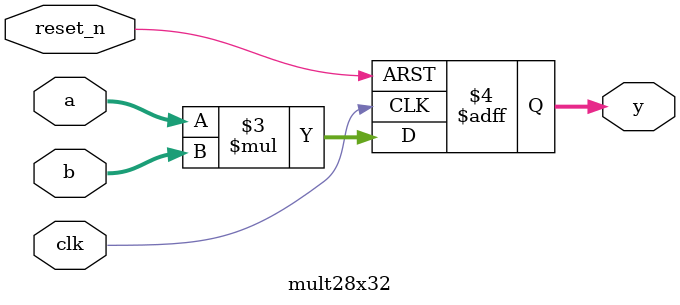
<source format=v>
`timescale 1ps/1ps

module mult28x32(
input clk,
input reset_n,
input signed [27:0] a,
input signed [31:0] b,
output reg signed [59:0] y
);

//reg signed [59:0] res;
//assign y =  res;
always @(posedge clk or negedge reset_n)
    if (reset_n == 0) begin
         y <= 0;
         end
    else begin
         y <= #1 a*b;
         end

endmodule






</source>
